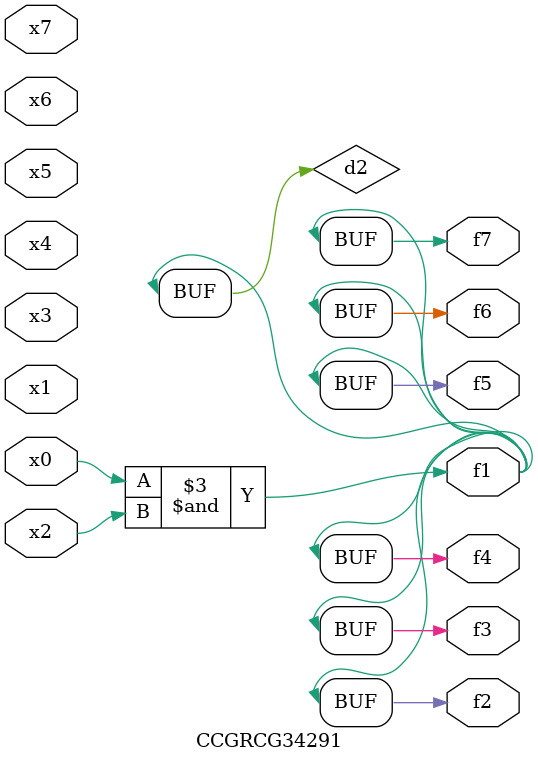
<source format=v>
module CCGRCG34291(
	input x0, x1, x2, x3, x4, x5, x6, x7,
	output f1, f2, f3, f4, f5, f6, f7
);

	wire d1, d2;

	nor (d1, x3, x6);
	and (d2, x0, x2);
	assign f1 = d2;
	assign f2 = d2;
	assign f3 = d2;
	assign f4 = d2;
	assign f5 = d2;
	assign f6 = d2;
	assign f7 = d2;
endmodule

</source>
